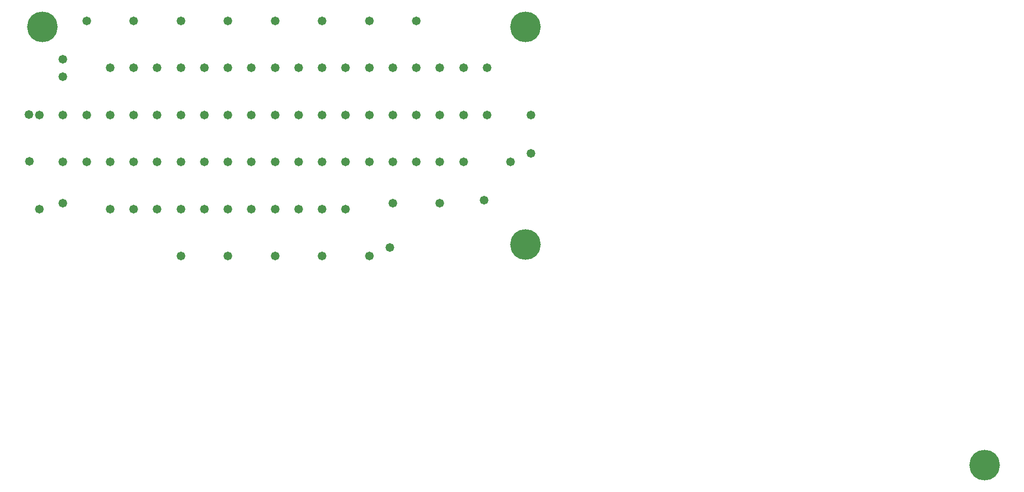
<source format=gbs>
G04*
G04 #@! TF.GenerationSoftware,Altium Limited,Altium Designer,25.8.1 (18)*
G04*
G04 Layer_Color=16711935*
%FSLAX44Y44*%
%MOMM*%
G71*
G04*
G04 #@! TF.SameCoordinates,4CDBAC49-9385-4654-90CB-B963C00DF8DC*
G04*
G04*
G04 #@! TF.FilePolarity,Negative*
G04*
G01*
G75*
%ADD19C,5.2032*%
%ADD20C,1.4732*%
D19*
X1345000Y780000D02*
D03*
Y1150000D02*
D03*
X525000D02*
D03*
X2125000Y405000D02*
D03*
D20*
X760000Y760000D02*
D03*
X680000Y840000D02*
D03*
X840000Y760000D02*
D03*
X760000Y840000D02*
D03*
X1355000Y1000000D02*
D03*
Y935000D02*
D03*
X1275000Y855000D02*
D03*
X1115000Y775000D02*
D03*
X560000Y1095000D02*
D03*
X501750Y1000890D02*
D03*
X502831Y921559D02*
D03*
X520000Y840000D02*
D03*
X560000Y1065000D02*
D03*
Y1000000D02*
D03*
X680000Y1160000D02*
D03*
X840000D02*
D03*
X760000D02*
D03*
X920000D02*
D03*
X1000000D02*
D03*
X1080000D02*
D03*
X600000D02*
D03*
X1160000D02*
D03*
X1200000Y850000D02*
D03*
Y920000D02*
D03*
X1120000Y850000D02*
D03*
Y920000D02*
D03*
X1320000D02*
D03*
X1240000D02*
D03*
X880000Y1080000D02*
D03*
X1280000D02*
D03*
Y1000000D02*
D03*
X1240000D02*
D03*
X920000Y1080000D02*
D03*
X960000D02*
D03*
X1000000D02*
D03*
X1080000D02*
D03*
X1160000D02*
D03*
X1240000D02*
D03*
X920000Y840000D02*
D03*
X1040000D02*
D03*
X960000D02*
D03*
X880000D02*
D03*
X800000D02*
D03*
X840000D02*
D03*
X640000Y920000D02*
D03*
Y840000D02*
D03*
X600000Y920000D02*
D03*
X560000D02*
D03*
Y850000D02*
D03*
X600000Y1000000D02*
D03*
X680000D02*
D03*
X760000D02*
D03*
X720000D02*
D03*
X640000D02*
D03*
X680000Y920000D02*
D03*
X720000Y840000D02*
D03*
Y920000D02*
D03*
X1160000D02*
D03*
X1000000Y1000000D02*
D03*
X1080000D02*
D03*
X1160000D02*
D03*
X840000D02*
D03*
X1120000D02*
D03*
X1040000D02*
D03*
X920000D02*
D03*
X960000D02*
D03*
X880000D02*
D03*
X800000D02*
D03*
X760000Y920000D02*
D03*
X1040000D02*
D03*
X920000D02*
D03*
X840000D02*
D03*
X800000D02*
D03*
X880000D02*
D03*
X960000D02*
D03*
X1000000D02*
D03*
X1080000D02*
D03*
X1000000Y840000D02*
D03*
X1200000Y1000000D02*
D03*
X520000D02*
D03*
X680000Y1080000D02*
D03*
X640000D02*
D03*
X720000D02*
D03*
X920000Y760000D02*
D03*
X1000000D02*
D03*
X1080000D02*
D03*
X760000Y1080000D02*
D03*
X1200000D02*
D03*
X1120000D02*
D03*
X1040000D02*
D03*
X800000D02*
D03*
X840000D02*
D03*
M02*

</source>
